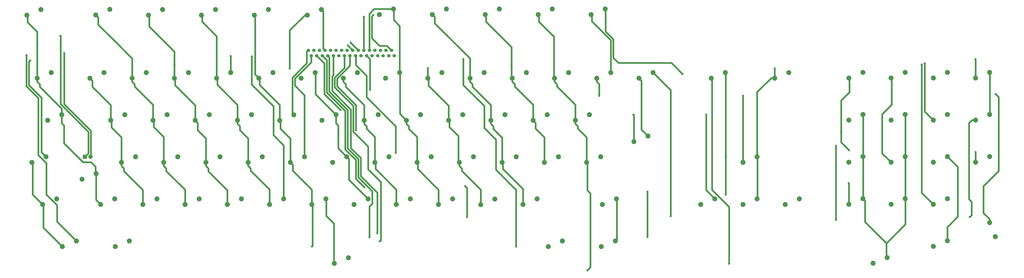
<source format=gbl>
G04 #@! TF.GenerationSoftware,KiCad,Pcbnew,6.0.2*
G04 #@! TF.CreationDate,2022-02-11T20:01:43-05:00*
G04 #@! TF.ProjectId,A1200KB,41313230-304b-4422-9e6b-696361645f70,v4a*
G04 #@! TF.SameCoordinates,Original*
G04 #@! TF.FileFunction,Copper,L2,Bot*
G04 #@! TF.FilePolarity,Positive*
%FSLAX46Y46*%
G04 Gerber Fmt 4.6, Leading zero omitted, Abs format (unit mm)*
G04 Created by KiCad (PCBNEW 6.0.2) date 2022-02-11 20:01:43*
%MOMM*%
%LPD*%
G01*
G04 APERTURE LIST*
G04 #@! TA.AperFunction,ComponentPad*
%ADD10C,2.250000*%
G04 #@! TD*
G04 #@! TA.AperFunction,ComponentPad*
%ADD11C,1.905000*%
G04 #@! TD*
G04 #@! TA.AperFunction,ComponentPad*
%ADD12R,1.905000X1.905000*%
G04 #@! TD*
G04 #@! TA.AperFunction,ComponentPad*
%ADD13C,1.524000*%
G04 #@! TD*
G04 #@! TA.AperFunction,ViaPad*
%ADD14C,1.000000*%
G04 #@! TD*
G04 #@! TA.AperFunction,Conductor*
%ADD15C,0.800000*%
G04 #@! TD*
G04 APERTURE END LIST*
D10*
X57048800Y-83071600D03*
X63398800Y-80531600D03*
X88087200Y-82956400D03*
X94437200Y-80416400D03*
X111912800Y-83043600D03*
X118262800Y-80503600D03*
X135788800Y-83071600D03*
X142138800Y-80531600D03*
X159664800Y-83043600D03*
X166014800Y-80503600D03*
X183540800Y-83043600D03*
X189890800Y-80503600D03*
X216052800Y-82817600D03*
X222402800Y-80277600D03*
X239928800Y-82817600D03*
X246278800Y-80277600D03*
X263804800Y-82817600D03*
X270154800Y-80277600D03*
X287680800Y-82817600D03*
X294030800Y-80277600D03*
X311556800Y-82817600D03*
X317906800Y-80277600D03*
X365748000Y-111565600D03*
X372098000Y-109025600D03*
X427748800Y-111532000D03*
X434098800Y-108992000D03*
X446798800Y-111532000D03*
X453148800Y-108992000D03*
X465848800Y-111532000D03*
X472198800Y-108992000D03*
X484898800Y-111532000D03*
X491248800Y-108992000D03*
X427748800Y-130582000D03*
X434098800Y-128042000D03*
X446798800Y-130582000D03*
X453148800Y-128042000D03*
X465848800Y-130582000D03*
X472198800Y-128042000D03*
X484898800Y-130582000D03*
X491248800Y-128042000D03*
X380070000Y-149679600D03*
X386420000Y-147139600D03*
X427748800Y-149632000D03*
X434098800Y-147092000D03*
X446798800Y-149632000D03*
X453148800Y-147092000D03*
X465848800Y-149632000D03*
X472198800Y-147092000D03*
X484898800Y-149632000D03*
X491248800Y-147092000D03*
X361020000Y-168729600D03*
X367370000Y-166189600D03*
X380070000Y-168729600D03*
X386420000Y-166189600D03*
X399120000Y-168729600D03*
X405470000Y-166189600D03*
X427748800Y-168682000D03*
X434098800Y-166142000D03*
X446798800Y-168682000D03*
X453148800Y-166142000D03*
X465848800Y-168682000D03*
X472198800Y-166142000D03*
X491248800Y-176964000D03*
X493788800Y-183314000D03*
X445020800Y-192812000D03*
X438670800Y-195352000D03*
X465848800Y-187732000D03*
X472198800Y-185192000D03*
X394344000Y-111565600D03*
X400694000Y-109025600D03*
X66446800Y-130680400D03*
X72796800Y-128140400D03*
X202082800Y-192910400D03*
X195732800Y-195450400D03*
X142646800Y-111630400D03*
X148996800Y-109090400D03*
X85496800Y-111630400D03*
X91846800Y-109090400D03*
X237896800Y-111630400D03*
X244246800Y-109090400D03*
X199796800Y-111630400D03*
X206146800Y-109090400D03*
X104546800Y-111630400D03*
X110896800Y-109090400D03*
X275996800Y-111630400D03*
X282346800Y-109090400D03*
X161696800Y-111630400D03*
X168046800Y-109090400D03*
X218846800Y-111630400D03*
X225196800Y-109090400D03*
X180746800Y-111630400D03*
X187096800Y-109090400D03*
X123596800Y-111630400D03*
X129946800Y-109090400D03*
X330860800Y-140332400D03*
X337210800Y-137792400D03*
X233070800Y-149730400D03*
X239420800Y-147190400D03*
X256946800Y-111630400D03*
X263296800Y-109090400D03*
X99720800Y-149730400D03*
X106070800Y-147190400D03*
X118770800Y-149730400D03*
X125120800Y-147190400D03*
X309524800Y-149730400D03*
X315874800Y-147190400D03*
X194970800Y-149730400D03*
X201320800Y-147190400D03*
X214020800Y-149730400D03*
X220370800Y-147190400D03*
X304444800Y-130680400D03*
X310794800Y-128140400D03*
X290474800Y-149730400D03*
X296824800Y-147190400D03*
X271424800Y-149730400D03*
X277774800Y-147190400D03*
X137820800Y-149730400D03*
X144170800Y-147190400D03*
X252120800Y-149730400D03*
X258470800Y-147190400D03*
X175920800Y-149730400D03*
X182270800Y-147190400D03*
X156870800Y-149730400D03*
X163220800Y-147190400D03*
X94894800Y-130680400D03*
X101244800Y-128140400D03*
X209194800Y-130680400D03*
X215544800Y-128140400D03*
X190144800Y-130680400D03*
X196494800Y-128140400D03*
X247294800Y-130680400D03*
X253644800Y-128140400D03*
X333146800Y-111630400D03*
X339496800Y-109090400D03*
X132994800Y-130680400D03*
X139344800Y-128140400D03*
X314096800Y-111630400D03*
X320446800Y-109090400D03*
X285394800Y-130680400D03*
X291744800Y-128140400D03*
X228244800Y-130680400D03*
X234594800Y-128140400D03*
X113944800Y-130680400D03*
X120294800Y-128140400D03*
X171094800Y-130759200D03*
X177444800Y-128219200D03*
X295046800Y-111630400D03*
X301396800Y-109090400D03*
X152044800Y-130680400D03*
X158394800Y-128140400D03*
X266344800Y-130680400D03*
X272694800Y-128140400D03*
X316128800Y-187830400D03*
X322478800Y-185290400D03*
X96926800Y-187830400D03*
X103276800Y-185290400D03*
X292252800Y-187830400D03*
X298602800Y-185290400D03*
X64160800Y-168780400D03*
X70510800Y-166240400D03*
X88290800Y-154810400D03*
X81940800Y-157350400D03*
D11*
X85750800Y-147190400D03*
D12*
X83210800Y-147190400D03*
D10*
X61718800Y-111630400D03*
X68068800Y-109090400D03*
X73050800Y-187830400D03*
X79400800Y-185290400D03*
X316636800Y-168780400D03*
X322986800Y-166240400D03*
X59334800Y-149730400D03*
X65684800Y-147190400D03*
X109372800Y-168780400D03*
X115722800Y-166240400D03*
X128422800Y-168780400D03*
X134772800Y-166240400D03*
X223672800Y-168780400D03*
X230022800Y-166240400D03*
X261766800Y-168802400D03*
X268116800Y-166262400D03*
X185572800Y-168780400D03*
X191922800Y-166240400D03*
X90322800Y-168780400D03*
X96672800Y-166240400D03*
X280822800Y-168780400D03*
X287172800Y-166240400D03*
X242726800Y-168782400D03*
X249076800Y-166242400D03*
X147472800Y-168780400D03*
X153822800Y-166240400D03*
X166522800Y-168780400D03*
X172872800Y-166240400D03*
X204622800Y-168780400D03*
X210972800Y-166240400D03*
D13*
X184016800Y-98962400D03*
X185266800Y-101462400D03*
X186516800Y-98962400D03*
X187766800Y-101462400D03*
X189016800Y-98962400D03*
X190266800Y-101462400D03*
X191516800Y-98962400D03*
X192766800Y-101462400D03*
X194016800Y-98962400D03*
X195266800Y-101462400D03*
X196516800Y-98962400D03*
X197766800Y-101462400D03*
X199016800Y-98962400D03*
X200266800Y-101462400D03*
X201516800Y-98962400D03*
X202766800Y-101462400D03*
X204016800Y-98962400D03*
X205266800Y-101462400D03*
X206516800Y-98962400D03*
X207766800Y-101462400D03*
X209016800Y-98962400D03*
X210266800Y-101462400D03*
X211516800Y-98962400D03*
X212766800Y-101462400D03*
X214016800Y-98962400D03*
X215266800Y-101462400D03*
X216516800Y-98962400D03*
X217766800Y-101462400D03*
X219016800Y-98962400D03*
X220266800Y-101462400D03*
X221516800Y-98962400D03*
X222766800Y-101462400D03*
D14*
X352793401Y-109740599D03*
X484886000Y-103022400D03*
X61718800Y-96116800D03*
X461975200Y-104800400D03*
X96367600Y-94538800D03*
X201828400Y-96774000D03*
X205472202Y-104153798D03*
X123596800Y-105663600D03*
X223442601Y-145365399D03*
X460654400Y-105460800D03*
X142697200Y-93624400D03*
X203058400Y-95504000D03*
X159969801Y-104494999D03*
X185652701Y-187676499D03*
X175564800Y-107188000D03*
X254762000Y-160477200D03*
X255574800Y-174447200D03*
X421944800Y-175666400D03*
X421944800Y-142290800D03*
X209016800Y-83794800D03*
X202285799Y-157530601D03*
X336905600Y-183388000D03*
X336954072Y-163025900D03*
X246481600Y-92202000D03*
X271424800Y-138532000D03*
X275650226Y-106010174D03*
X309829200Y-198526400D03*
X294162113Y-92171887D03*
X427736000Y-159105600D03*
X373735600Y-195478400D03*
X320446800Y-104088800D03*
X482346000Y-174447200D03*
X394309600Y-107188000D03*
X277672800Y-162102800D03*
X277672800Y-187807600D03*
X253894799Y-102924401D03*
X209245200Y-160934400D03*
X148996400Y-101600000D03*
X380070000Y-119516800D03*
X315212899Y-119531299D03*
X424281600Y-135890000D03*
X205486000Y-135128000D03*
X427837600Y-144221200D03*
X484898800Y-145046800D03*
X211785200Y-116840000D03*
X211531200Y-183591200D03*
X330583600Y-128140400D03*
X363446000Y-128140400D03*
X215087801Y-181812599D03*
X372251901Y-164225901D03*
X372251901Y-147228899D03*
X58521600Y-103581200D03*
X347421200Y-173990000D03*
X158502962Y-101745438D03*
X198475600Y-126034800D03*
X56827610Y-101211190D03*
X216204800Y-185470800D03*
X213258400Y-83108800D03*
X72218401Y-92424399D03*
X73863200Y-100228400D03*
X237896400Y-107086400D03*
X494030000Y-118821200D03*
X241935000Y-118694200D03*
D15*
X321546810Y-102344810D02*
X323900800Y-104698800D01*
X321564000Y-93999151D02*
X321564000Y-96660029D01*
X321546810Y-96677219D02*
X321546810Y-102344810D01*
X321564000Y-96660029D02*
X321546810Y-96677219D01*
X318060701Y-90495852D02*
X321564000Y-93999151D01*
X317906800Y-80277600D02*
X318060701Y-80431501D01*
X191516800Y-98962400D02*
X190754801Y-98200401D01*
X318060701Y-80431501D02*
X318060701Y-90495852D01*
X190754801Y-81367601D02*
X189890800Y-80503600D01*
X323900800Y-104698800D02*
X347776800Y-104698800D01*
X347776800Y-104698800D02*
X352806000Y-109728000D01*
X190754801Y-98200401D02*
X190754801Y-81367601D01*
X61718800Y-96116800D02*
X61718800Y-111630400D01*
X88036279Y-151638922D02*
X88036279Y-154555879D01*
X86024336Y-149626979D02*
X88036279Y-151638922D01*
X72796800Y-125425374D02*
X72796800Y-128140400D01*
X72796800Y-128140400D02*
X72796800Y-132022037D01*
X73761799Y-132987036D02*
X73761799Y-141045421D01*
X57353801Y-83376601D02*
X57353801Y-86259001D01*
X61718800Y-90624000D02*
X61718800Y-96116800D01*
X61718800Y-113221390D02*
X62834899Y-114337489D01*
X57353801Y-86259001D02*
X61718800Y-90624000D01*
X73761799Y-141045421D02*
X82343357Y-149626979D01*
X57048800Y-83071600D02*
X57353801Y-83376601D01*
X62834899Y-115463473D02*
X72796800Y-125425374D01*
X484898800Y-111532000D02*
X484898800Y-103035200D01*
X484898800Y-103035200D02*
X484886000Y-103022400D01*
X88036279Y-154555879D02*
X88290800Y-154810400D01*
X61718800Y-111630400D02*
X61718800Y-113221390D01*
X88290800Y-166748400D02*
X90322800Y-168780400D01*
X82343357Y-149626979D02*
X86024336Y-149626979D01*
X88290800Y-154810400D02*
X88290800Y-166748400D01*
X62834899Y-114337489D02*
X62834899Y-115463473D01*
X72796800Y-132022037D02*
X73761799Y-132987036D01*
X201828400Y-96774000D02*
X201828400Y-96774000D01*
X96367600Y-94538800D02*
X104546800Y-102718000D01*
X119886899Y-152437489D02*
X119886899Y-153567299D01*
X88087200Y-82956400D02*
X89212199Y-84081399D01*
X89212199Y-87383399D02*
X96367600Y-94538800D01*
X118770800Y-138227200D02*
X118770800Y-149730400D01*
X105662899Y-115314899D02*
X113944800Y-123596800D01*
X461975200Y-104800400D02*
X461975200Y-126708400D01*
X204016800Y-98962400D02*
X201828400Y-96774000D01*
X113944800Y-123596800D02*
X113944800Y-130680400D01*
X104546800Y-102718000D02*
X104546800Y-111630400D01*
X114249801Y-130985401D02*
X114249801Y-133706201D01*
X128422800Y-162103200D02*
X128422800Y-168780400D01*
X118770800Y-151321390D02*
X119886899Y-152437489D01*
X118770800Y-149730400D02*
X118770800Y-151321390D01*
X105662899Y-114337489D02*
X105662899Y-115314899D01*
X119886899Y-153567299D02*
X128422800Y-162103200D01*
X89212199Y-84081399D02*
X89212199Y-87383399D01*
X114249801Y-133706201D02*
X118770800Y-138227200D01*
X104546800Y-111630400D02*
X104546800Y-113221390D01*
X461975200Y-126708400D02*
X465848800Y-130582000D01*
X104546800Y-113221390D02*
X105662899Y-114337489D01*
X113944800Y-130680400D02*
X114249801Y-130985401D01*
X205472202Y-104153798D02*
X205472202Y-101667802D01*
X123596800Y-105663600D02*
X123596800Y-99619200D01*
X134110899Y-135126899D02*
X137820800Y-138836800D01*
X123901801Y-111935401D02*
X123901801Y-114808601D01*
X112217801Y-83348601D02*
X111912800Y-83043600D01*
X138936899Y-152437489D02*
X138936899Y-153770499D01*
X123596800Y-111630400D02*
X123901801Y-111935401D01*
X210261801Y-110504399D02*
X205472202Y-105714800D01*
X137820800Y-149730400D02*
X137820800Y-151321390D01*
X205472202Y-101667802D02*
X205266800Y-101462400D01*
X134110899Y-131796499D02*
X134110899Y-135126899D01*
X123901801Y-114808601D02*
X132994800Y-123901600D01*
X123596800Y-99619200D02*
X112217801Y-88240201D01*
X132994800Y-130680400D02*
X134110899Y-131796499D01*
X223442601Y-133337199D02*
X210261801Y-120156399D01*
X132994800Y-123901600D02*
X132994800Y-130680400D01*
X137820800Y-151321390D02*
X138936899Y-152437489D01*
X147472800Y-162306400D02*
X147472800Y-168780400D01*
X210261801Y-120156399D02*
X210261801Y-110504399D01*
X112217801Y-88240201D02*
X112217801Y-83348601D01*
X123596800Y-111630400D02*
X123596800Y-105663600D01*
X223442601Y-145365399D02*
X223442601Y-133337199D01*
X205472202Y-105714800D02*
X205472202Y-104153798D01*
X137820800Y-138836800D02*
X137820800Y-149730400D01*
X138936899Y-153770499D02*
X147472800Y-162306400D01*
X203058400Y-95504000D02*
X203058400Y-95504000D01*
X156870800Y-138887600D02*
X156870800Y-149730400D01*
X153160899Y-133387489D02*
X153160899Y-135177699D01*
X460654400Y-163487600D02*
X465848800Y-168682000D01*
X142951801Y-111935401D02*
X142951801Y-114605401D01*
X135788800Y-83071600D02*
X136093801Y-83376601D01*
X152044800Y-132271390D02*
X153160899Y-133387489D01*
X153160899Y-135177699D02*
X156870800Y-138887600D01*
X206516800Y-98962400D02*
X203058400Y-95504000D01*
X136093801Y-86055801D02*
X142646800Y-92608800D01*
X152044800Y-130680400D02*
X152044800Y-132271390D01*
X142951801Y-114605401D02*
X152044800Y-123698400D01*
X157986899Y-152437489D02*
X157986899Y-153465699D01*
X142646800Y-111630400D02*
X142951801Y-111935401D01*
X136093801Y-83376601D02*
X136093801Y-86055801D01*
X157986899Y-153465699D02*
X166522800Y-162001600D01*
X142646800Y-92608800D02*
X142646800Y-111630400D01*
X460654400Y-105460800D02*
X460654400Y-163487600D01*
X152044800Y-123698400D02*
X152044800Y-130680400D01*
X156870800Y-149730400D02*
X156870800Y-151321390D01*
X156870800Y-151321390D02*
X157986899Y-152437489D01*
X166522800Y-162001600D02*
X166522800Y-168780400D01*
X159969801Y-104494999D02*
X159969801Y-109903401D01*
X171094800Y-130759200D02*
X171399801Y-131064201D01*
X162001801Y-114656201D02*
X171094800Y-123749200D01*
X171094800Y-123749200D02*
X171094800Y-130759200D01*
X185572800Y-168780400D02*
X185877801Y-169085401D01*
X185877801Y-169085401D02*
X185877801Y-187451399D01*
X159664800Y-83043600D02*
X159969801Y-83348601D01*
X175920800Y-149730400D02*
X177036899Y-150846499D01*
X159969801Y-109903401D02*
X161696800Y-111630400D01*
X171399801Y-131064201D02*
X171399801Y-134468201D01*
X161696800Y-111630400D02*
X162001801Y-111935401D01*
X185877801Y-187451399D02*
X185652701Y-187676499D01*
X175920800Y-138989200D02*
X175920800Y-149730400D01*
X177036899Y-153516499D02*
X185572800Y-162052400D01*
X185572800Y-162052400D02*
X185572800Y-168780400D01*
X177036899Y-150846499D02*
X177036899Y-153516499D01*
X162001801Y-111935401D02*
X162001801Y-114656201D01*
X171399801Y-134468201D02*
X175920800Y-138989200D01*
X159969801Y-83348601D02*
X159969801Y-104494999D01*
X209016800Y-83794800D02*
X209016800Y-83794800D01*
X421944800Y-175666400D02*
X421944800Y-175666400D01*
X254762000Y-160477200D02*
X254762000Y-160477200D01*
X202285799Y-157530601D02*
X202285799Y-157553399D01*
X187250701Y-109244301D02*
X187250701Y-118896301D01*
X187250701Y-118896301D02*
X196494800Y-128140400D01*
X175564800Y-107188000D02*
X175564800Y-89958598D01*
X255574800Y-174447200D02*
X255574800Y-161290000D01*
X255574800Y-161290000D02*
X254762000Y-160477200D01*
X182479798Y-83043600D02*
X183540800Y-83043600D01*
X202285799Y-148155399D02*
X202285799Y-157530601D01*
X209016800Y-98962400D02*
X209016800Y-83794800D01*
X196494800Y-128140400D02*
X196494800Y-132029600D01*
X197459799Y-132994599D02*
X197459799Y-143329399D01*
X187096800Y-109090400D02*
X187250701Y-109244301D01*
X421944800Y-142290800D02*
X421944800Y-175666400D01*
X201320800Y-147190400D02*
X202285799Y-148155399D01*
X175564800Y-89958598D02*
X182479798Y-83043600D01*
X202285799Y-157553399D02*
X210972800Y-166240400D01*
X196494800Y-132029600D02*
X197459799Y-132994599D01*
X197459799Y-143329399D02*
X201320800Y-147190400D01*
X225196800Y-87942602D02*
X222550701Y-85296503D01*
X228244800Y-130680400D02*
X228244800Y-132271390D01*
X230761727Y-135914301D02*
X230761727Y-135918127D01*
X233375801Y-150035401D02*
X233375801Y-152756201D01*
X225196800Y-109090400D02*
X225196800Y-87942602D01*
X225350701Y-109244301D02*
X225350701Y-127786301D01*
X222550701Y-85296503D02*
X222550701Y-80425501D01*
X230761727Y-135918127D02*
X233070800Y-138227200D01*
X225196800Y-109090400D02*
X225350701Y-109244301D01*
X213702000Y-80277600D02*
X211516800Y-82462800D01*
X229360899Y-134513473D02*
X230761727Y-135914301D01*
X222402800Y-80277600D02*
X213702000Y-80277600D01*
X229360899Y-133387489D02*
X229360899Y-134513473D01*
X222550701Y-80425501D02*
X222402800Y-80277600D01*
X336954072Y-183339528D02*
X336905600Y-183388000D01*
X336954072Y-163025900D02*
X336954072Y-183339528D01*
X225350701Y-127786301D02*
X228244800Y-130680400D01*
X233070800Y-149730400D02*
X233375801Y-150035401D01*
X233375801Y-152756201D02*
X242726800Y-162107200D01*
X242726800Y-162107200D02*
X242726800Y-168782400D01*
X211516800Y-82462800D02*
X211516800Y-98962400D01*
X233070800Y-138227200D02*
X233070800Y-149730400D01*
X228244800Y-132271390D02*
X229360899Y-133387489D01*
X271424800Y-138532000D02*
X271424800Y-149730400D01*
X258062899Y-115518099D02*
X266344800Y-123800000D01*
X271424800Y-149730400D02*
X271729801Y-150035401D01*
X239928800Y-82817600D02*
X241044899Y-83933699D01*
X256946800Y-102667200D02*
X256946800Y-111630400D01*
X271729801Y-150035401D02*
X271729801Y-152654601D01*
X256946800Y-113221390D02*
X258062899Y-114337489D01*
X258062899Y-114337489D02*
X258062899Y-115518099D01*
X266344800Y-130680400D02*
X266344800Y-132271390D01*
X267460899Y-133387489D02*
X267460899Y-134568099D01*
X271424800Y-138532000D02*
X271424800Y-138532000D01*
X266344800Y-132271390D02*
X267460899Y-133387489D01*
X266344800Y-123800000D02*
X266344800Y-130680400D01*
X271729801Y-152654601D02*
X280822800Y-161747600D01*
X267460899Y-134568099D02*
X271424800Y-138532000D01*
X241044899Y-83933699D02*
X241044899Y-86765299D01*
X241044899Y-86765299D02*
X256946800Y-102667200D01*
X256946800Y-111630400D02*
X256946800Y-113221390D01*
X280822800Y-161747600D02*
X280822800Y-168780400D01*
X275650226Y-106010174D02*
X275650226Y-111283826D01*
X286510899Y-134364899D02*
X290474800Y-138328800D01*
X275996800Y-111630400D02*
X275996800Y-113221390D01*
X277112899Y-115314899D02*
X285394800Y-123596800D01*
X275996800Y-113221390D02*
X277112899Y-114337489D01*
X275650226Y-97536000D02*
X275650226Y-106010174D01*
X277112899Y-114337489D02*
X277112899Y-115314899D01*
X264109801Y-85995575D02*
X275650226Y-97536000D01*
X263804800Y-82817600D02*
X264109801Y-83122601D01*
X285394800Y-123596800D02*
X285394800Y-130680400D01*
X285394800Y-130680400D02*
X286510899Y-131796499D01*
X290474800Y-138328800D02*
X290474800Y-149730400D01*
X286510899Y-131796499D02*
X286510899Y-134364899D01*
X275650226Y-111283826D02*
X275996800Y-111630400D01*
X264109801Y-83122601D02*
X264109801Y-85995575D01*
X294162113Y-92171887D02*
X294801826Y-92811600D01*
X309829200Y-198526400D02*
X309829200Y-198526400D01*
X304444800Y-130680400D02*
X304444800Y-132271390D01*
X295046800Y-111630400D02*
X295046800Y-113221390D01*
X287985801Y-83122601D02*
X287985801Y-85995575D01*
X294801826Y-111385426D02*
X295046800Y-111630400D01*
X311234451Y-197121149D02*
X309829200Y-198526400D01*
X287985801Y-85995575D02*
X294162113Y-92171887D01*
X309524800Y-149730400D02*
X309829801Y-150035401D01*
X309829801Y-162333129D02*
X311234451Y-163737779D01*
X311234451Y-163737779D02*
X311234451Y-197121149D01*
X427748800Y-159118400D02*
X427736000Y-159105600D01*
X304444800Y-132271390D02*
X305560899Y-133387489D01*
X295046800Y-113221390D02*
X296162899Y-114337489D01*
X305560899Y-134364899D02*
X309524800Y-138328800D01*
X296162899Y-114337489D02*
X296162899Y-115314899D01*
X309524800Y-138328800D02*
X309524800Y-149730400D01*
X296162899Y-115314899D02*
X304444800Y-123596800D01*
X287680800Y-82817600D02*
X287985801Y-83122601D01*
X309829801Y-150035401D02*
X309829801Y-162333129D01*
X294801826Y-92811600D02*
X294801826Y-111385426D01*
X305560899Y-133387489D02*
X305560899Y-134364899D01*
X427748800Y-168682000D02*
X427748800Y-159118400D01*
X304444800Y-123596800D02*
X304444800Y-130680400D01*
X373735600Y-195478400D02*
X373735600Y-195478400D01*
X320446800Y-104088800D02*
X320446800Y-109090400D01*
X366053001Y-111870601D02*
X366053001Y-162171599D01*
X311861801Y-85852601D02*
X320446800Y-94437600D01*
X373735600Y-169854198D02*
X373735600Y-195478400D01*
X311556800Y-82817600D02*
X311861801Y-83122601D01*
X311861801Y-83122601D02*
X311861801Y-85852601D01*
X334262899Y-112746499D02*
X334262899Y-134844499D01*
X366053001Y-162171599D02*
X373735600Y-169854198D01*
X365748000Y-111565600D02*
X366053001Y-111870601D01*
X333146800Y-111630400D02*
X334262899Y-112746499D01*
X334262899Y-134844499D02*
X337210800Y-137792400D01*
X320446800Y-94437600D02*
X320446800Y-104088800D01*
X483147701Y-167574677D02*
X483147701Y-173645499D01*
X484898800Y-130582000D02*
X483307810Y-130582000D01*
X394309600Y-107188000D02*
X394309600Y-111531200D01*
X394309600Y-111531200D02*
X394344000Y-111565600D01*
X386420000Y-117898610D02*
X392753010Y-111565600D01*
X481990400Y-131899410D02*
X481990400Y-166417376D01*
X483147701Y-173645499D02*
X482346000Y-174447200D01*
X386573901Y-166035699D02*
X386420000Y-166189600D01*
X386420000Y-147139600D02*
X386420000Y-117898610D01*
X392753010Y-111565600D02*
X394344000Y-111565600D01*
X386420000Y-147139600D02*
X386573901Y-147293501D01*
X483307810Y-130582000D02*
X481990400Y-131899410D01*
X481990400Y-166417376D02*
X483147701Y-167574677D01*
X386573901Y-147293501D02*
X386573901Y-166035699D01*
X277672800Y-187807600D02*
X277672800Y-187807600D01*
X277672800Y-162102800D02*
X276758400Y-161188400D01*
X263414602Y-134179402D02*
X263330598Y-134179402D01*
X263330598Y-134179402D02*
X263330598Y-124155200D01*
X323140701Y-166394301D02*
X323140701Y-184628499D01*
X59334800Y-149730400D02*
X59639801Y-150035401D01*
X323140701Y-184628499D02*
X322478800Y-185290400D01*
X64160800Y-168780400D02*
X64465801Y-169085401D01*
X268579600Y-153026202D02*
X268579600Y-139344400D01*
X59639801Y-164259401D02*
X64160800Y-168780400D01*
X263330598Y-124155200D02*
X253898400Y-114723002D01*
X276741798Y-161188400D02*
X268579600Y-153026202D01*
X276758400Y-161188400D02*
X276741798Y-161188400D01*
X268579600Y-139344400D02*
X263414602Y-134179402D01*
X322986800Y-166240400D02*
X323140701Y-166394301D01*
X277672800Y-162102800D02*
X277672800Y-162102800D01*
X253898400Y-114723002D02*
X253898400Y-102928002D01*
X253898400Y-102928002D02*
X253894799Y-102924401D01*
X59639801Y-150035401D02*
X59639801Y-164259401D01*
X277672800Y-187807600D02*
X277672800Y-162102800D01*
X64465801Y-169085401D02*
X64465801Y-179245401D01*
X64465801Y-179245401D02*
X73050800Y-187830400D01*
X209245200Y-160934400D02*
X209245200Y-160934400D01*
X190266800Y-101462400D02*
X192311811Y-103507411D01*
X200660000Y-143828598D02*
X205435801Y-148604399D01*
X205435801Y-148604399D02*
X205435801Y-157125001D01*
X205435801Y-157125001D02*
X209245200Y-160934400D01*
X200660000Y-126443198D02*
X200660000Y-143828598D01*
X192311811Y-103507411D02*
X192311811Y-118095009D01*
X192311811Y-118095009D02*
X200660000Y-126443198D01*
X380070000Y-119516800D02*
X380070000Y-119516800D01*
X315212899Y-119531299D02*
X315212899Y-119531299D01*
X314096800Y-111630400D02*
X314096800Y-113221390D01*
X314096800Y-113221390D02*
X315212899Y-114337489D01*
X315212899Y-114337489D02*
X315212899Y-119531299D01*
X148996800Y-109090400D02*
X148996800Y-101600400D01*
X148996800Y-101600400D02*
X148996400Y-101600000D01*
X380070000Y-149679600D02*
X380070000Y-119516800D01*
X484898800Y-145046800D02*
X484898800Y-145046800D01*
X424281600Y-135890000D02*
X424281600Y-140665200D01*
X205486000Y-135128000D02*
X205486000Y-123799600D01*
X484898800Y-149632000D02*
X484898800Y-145046800D01*
X428053801Y-111837001D02*
X428053801Y-117944599D01*
X95199801Y-130985401D02*
X95199801Y-133858601D01*
X196951799Y-115265399D02*
X196951799Y-111774399D01*
X99720800Y-138379600D02*
X99720800Y-149730400D01*
X424281600Y-140665200D02*
X427837600Y-144221200D01*
X99720800Y-151321390D02*
X100836899Y-152437489D01*
X85496800Y-111630400D02*
X86612899Y-112746499D01*
X109372800Y-162204800D02*
X109372800Y-168780400D01*
X86612899Y-112746499D02*
X86612899Y-115518099D01*
X428053801Y-117944599D02*
X424281600Y-121716800D01*
X427748800Y-111532000D02*
X428053801Y-111837001D01*
X100836899Y-152437489D02*
X100836899Y-153668899D01*
X99720800Y-149730400D02*
X99720800Y-151321390D01*
X196951799Y-111774399D02*
X202766800Y-105959398D01*
X94894800Y-130680400D02*
X95199801Y-130985401D01*
X424281600Y-121716800D02*
X424281600Y-135890000D01*
X95199801Y-133858601D02*
X99720800Y-138379600D01*
X100836899Y-153668899D02*
X109372800Y-162204800D01*
X205486000Y-123799600D02*
X196951799Y-115265399D01*
X86612899Y-115518099D02*
X94894800Y-123800000D01*
X202766800Y-105959398D02*
X202766800Y-101462400D01*
X94894800Y-123800000D02*
X94894800Y-130680400D01*
X211785200Y-116840000D02*
X211785200Y-116840000D01*
X210266800Y-101462400D02*
X211785200Y-102980800D01*
X210310899Y-134466499D02*
X214020800Y-138176400D01*
X199796800Y-113221390D02*
X200912899Y-114337489D01*
X209194800Y-132271390D02*
X210310899Y-133387489D01*
X211785200Y-102980800D02*
X211785200Y-116840000D01*
X446798800Y-111532000D02*
X447103801Y-111837001D01*
X209194800Y-123800000D02*
X209194800Y-130680400D01*
X200912899Y-115518099D02*
X209194800Y-123800000D01*
X214325801Y-152705401D02*
X223672800Y-162052400D01*
X199796800Y-111630400D02*
X199796800Y-113221390D01*
X210310899Y-133387489D02*
X210310899Y-134466499D01*
X447103801Y-123583399D02*
X442772800Y-127914400D01*
X200912899Y-114337489D02*
X200912899Y-115518099D01*
X214020800Y-149730400D02*
X214325801Y-150035401D01*
X442772800Y-127914400D02*
X442772800Y-145606000D01*
X442772800Y-145606000D02*
X446798800Y-149632000D01*
X209194800Y-130680400D02*
X209194800Y-132271390D01*
X214020800Y-138176400D02*
X214020800Y-149730400D01*
X214325801Y-150035401D02*
X214325801Y-152705401D01*
X223672800Y-162052400D02*
X223672800Y-168780400D01*
X447103801Y-111837001D02*
X447103801Y-123583399D01*
X211531200Y-183591200D02*
X211531200Y-183591200D01*
X211531200Y-169672000D02*
X211531200Y-183591200D01*
X212797801Y-168405399D02*
X211531200Y-169672000D01*
X201760010Y-143340010D02*
X201760010Y-143372960D01*
X206535811Y-148148760D02*
X206535811Y-156449009D01*
X201760010Y-143372960D02*
X206535811Y-148148760D01*
X194045425Y-118272975D02*
X201760010Y-125987559D01*
X193446400Y-102142000D02*
X193446400Y-117673950D01*
X193446400Y-117673950D02*
X194045425Y-118272975D01*
X192766800Y-101462400D02*
X193446400Y-102142000D01*
X212797801Y-162710999D02*
X212797801Y-168405399D01*
X206535811Y-156449009D02*
X212797801Y-162710999D01*
X201760010Y-125987559D02*
X201760010Y-143340010D01*
X176801789Y-127576189D02*
X177444800Y-128219200D01*
X330860800Y-128417600D02*
X330583600Y-128140400D01*
X183254801Y-104851151D02*
X176801789Y-111304162D01*
X183254801Y-99724399D02*
X183254801Y-104851151D01*
X176801789Y-111304162D02*
X176801789Y-127576189D01*
X367370000Y-166189600D02*
X363446000Y-162265600D01*
X184016800Y-98962400D02*
X183254801Y-99724399D01*
X363446000Y-162265600D02*
X363446000Y-128140400D01*
X330860800Y-140332400D02*
X330860800Y-128417600D01*
X215087801Y-181812599D02*
X215087801Y-181812599D01*
X194751779Y-117383379D02*
X203185989Y-125817589D01*
X207635821Y-147693121D02*
X207635821Y-155993371D01*
X194751779Y-110863121D02*
X194751779Y-117383379D01*
X203185989Y-125817589D02*
X203185989Y-143243290D01*
X203185989Y-143243290D02*
X207635821Y-147693121D01*
X207635821Y-155993371D02*
X215087801Y-163445351D01*
X195266800Y-110348100D02*
X194751779Y-110863121D01*
X215087801Y-163445351D02*
X215087801Y-181812599D01*
X195266800Y-101462400D02*
X195266800Y-110348100D01*
X372251901Y-164225901D02*
X372251901Y-164225901D01*
X372251901Y-147228899D02*
X372251901Y-164225901D01*
X372098000Y-109025600D02*
X372251901Y-109179501D01*
X182270800Y-119295402D02*
X177901799Y-114926401D01*
X177901799Y-114926401D02*
X177901799Y-111759801D01*
X372251901Y-109179501D02*
X372251901Y-147228899D01*
X185266800Y-104394800D02*
X185266800Y-101462400D01*
X177901799Y-111759801D02*
X185266800Y-104394800D01*
X182270800Y-147190400D02*
X182270800Y-119295402D01*
X58521600Y-103581200D02*
X58521600Y-103581200D01*
X63601799Y-120415351D02*
X57927620Y-114741172D01*
X65684800Y-147190400D02*
X63601799Y-145107399D01*
X63601799Y-145107399D02*
X63601799Y-120415351D01*
X57927620Y-114741172D02*
X57927620Y-104175180D01*
X57927620Y-104175180D02*
X58521600Y-103581200D01*
X347421200Y-173990000D02*
X347421200Y-173990000D01*
X172872800Y-141986400D02*
X172872800Y-166240400D01*
X192076701Y-166394301D02*
X191922800Y-166240400D01*
X192076701Y-173890301D02*
X192076701Y-166394301D01*
X158502962Y-101745438D02*
X158502962Y-114577564D01*
X195732800Y-195450400D02*
X195542899Y-195260499D01*
X158502962Y-114577564D02*
X158519564Y-114577564D01*
X168249600Y-124307600D02*
X168249600Y-137363200D01*
X339496800Y-109090400D02*
X347421200Y-117014800D01*
X195542899Y-195260499D02*
X195542899Y-177356499D01*
X347421200Y-117014800D02*
X347421200Y-173990000D01*
X195542899Y-177356499D02*
X192076701Y-173890301D01*
X168249600Y-137363200D02*
X172872800Y-141986400D01*
X158519564Y-114577564D02*
X168249600Y-124307600D01*
X198475600Y-126034800D02*
X198475600Y-126034800D01*
X434252701Y-128195901D02*
X434098800Y-128042000D01*
X434098800Y-147092000D02*
X434252701Y-146938099D01*
X491402701Y-109145901D02*
X491402701Y-127888099D01*
X491402701Y-127888099D02*
X491248800Y-128042000D01*
X187766800Y-101462400D02*
X191211801Y-104907401D01*
X476859600Y-174294800D02*
X476859600Y-151752800D01*
X453148800Y-147092000D02*
X453302701Y-147245901D01*
X191211801Y-118771001D02*
X198475600Y-126034800D01*
X453302701Y-166295901D02*
X453302701Y-177734899D01*
X434098800Y-166142000D02*
X434252701Y-165988099D01*
X453302701Y-146938099D02*
X453148800Y-147092000D01*
X444715799Y-186321801D02*
X444715799Y-192506999D01*
X453148800Y-166142000D02*
X453302701Y-166295901D01*
X453148800Y-128042000D02*
X453302701Y-128195901D01*
X472198800Y-185192000D02*
X472198800Y-178955600D01*
X435063799Y-167106999D02*
X434098800Y-166142000D01*
X191211801Y-104907401D02*
X191211801Y-118771001D01*
X435063799Y-176644199D02*
X435063799Y-167106999D01*
X444715799Y-192506999D02*
X445020800Y-192812000D01*
X453302701Y-165988099D02*
X453148800Y-166142000D01*
X444715799Y-186321801D02*
X444715799Y-186296199D01*
X434252701Y-147245901D02*
X434098800Y-147092000D01*
X476859600Y-151752800D02*
X472198800Y-147092000D01*
X444715799Y-186296199D02*
X435063799Y-176644199D01*
X434252701Y-146938099D02*
X434252701Y-128195901D01*
X453302701Y-128195901D02*
X453302701Y-146938099D01*
X453302701Y-147245901D02*
X453302701Y-165988099D01*
X491248800Y-108992000D02*
X491402701Y-109145901D01*
X434252701Y-165988099D02*
X434252701Y-147245901D01*
X453302701Y-177734899D02*
X444715799Y-186321801D01*
X472198800Y-178955600D02*
X476859600Y-174294800D01*
X62230000Y-146436602D02*
X62230000Y-120599200D01*
X70664701Y-169095303D02*
X65838701Y-164269303D01*
X56827610Y-115130390D02*
X56794400Y-115163600D01*
X70664701Y-176554301D02*
X70664701Y-169095303D01*
X65838701Y-150045303D02*
X62230000Y-146436602D01*
X56827610Y-101211190D02*
X56827610Y-115130390D01*
X65838701Y-164269303D02*
X65838701Y-150045303D01*
X62230000Y-120599200D02*
X56794400Y-115163600D01*
X79400800Y-185290400D02*
X70664701Y-176554301D01*
X216204800Y-185470800D02*
X216204800Y-185470800D01*
X195851789Y-115721038D02*
X195851789Y-111318760D01*
X204285999Y-124155248D02*
X195851789Y-115721038D01*
X216704799Y-158555401D02*
X210972400Y-152823002D01*
X210972400Y-152823002D02*
X210972400Y-142494000D01*
X210972400Y-142494000D02*
X204285999Y-135807599D01*
X216204800Y-185470800D02*
X216704799Y-184970801D01*
X216704799Y-184970801D02*
X216704799Y-158555401D01*
X195851789Y-111318760D02*
X200266800Y-106903750D01*
X200266800Y-106903750D02*
X200266800Y-101462400D01*
X204285999Y-135807599D02*
X204285999Y-124155248D01*
X213258400Y-83108800D02*
X213258400Y-83108800D01*
X221516800Y-98962400D02*
X221492000Y-98962400D01*
X83210800Y-147190400D02*
X84806471Y-145594729D01*
X212648800Y-93472000D02*
X212648800Y-83718400D01*
X84806471Y-145594729D02*
X84806471Y-135879396D01*
X219456000Y-96926400D02*
X216103200Y-96926400D01*
X221492000Y-98962400D02*
X219456000Y-96926400D01*
X84806471Y-135879396D02*
X72237600Y-123310525D01*
X216103200Y-96926400D02*
X212648800Y-93472000D01*
X212648800Y-83718400D02*
X213258400Y-83108800D01*
X72237600Y-123310525D02*
X72237600Y-92456000D01*
X73863200Y-100228400D02*
X73863200Y-100228400D01*
X73863200Y-123380477D02*
X73863200Y-100228400D01*
X85905991Y-135423268D02*
X73863200Y-123380477D01*
X85750800Y-147190400D02*
X85905991Y-147035209D01*
X85905991Y-147035209D02*
X85905991Y-135423268D01*
X241935000Y-118694200D02*
X247294800Y-124054000D01*
X247599801Y-133702375D02*
X251667026Y-137769600D01*
X491248800Y-175373010D02*
X491248800Y-176964000D01*
X253236899Y-153516499D02*
X261766800Y-162046400D01*
X253236899Y-152437489D02*
X253236899Y-153516499D01*
X252120800Y-149730400D02*
X252120800Y-151321390D01*
X494030000Y-118821200D02*
X495363801Y-120155001D01*
X247294800Y-124054000D02*
X247294800Y-130680400D01*
X238201801Y-114961001D02*
X241935000Y-118694200D01*
X495363801Y-120155001D02*
X495363801Y-153555399D01*
X247599801Y-130985401D02*
X247599801Y-133702375D01*
X252120800Y-151321390D02*
X253236899Y-152437489D01*
X247294800Y-130680400D02*
X247599801Y-130985401D01*
X237896400Y-107086400D02*
X237896400Y-111630000D01*
X237896800Y-111630400D02*
X238201801Y-111935401D01*
X251667026Y-149276626D02*
X252120800Y-149730400D01*
X495363801Y-153555399D02*
X488492800Y-160426400D01*
X237896400Y-111630000D02*
X237896800Y-111630400D01*
X238201801Y-111935401D02*
X238201801Y-114961001D01*
X261766800Y-162046400D02*
X261766800Y-168802400D01*
X488492800Y-160426400D02*
X488492800Y-172617010D01*
X251667026Y-137769600D02*
X251667026Y-149276626D01*
X488492800Y-172617010D02*
X491248800Y-175373010D01*
M02*

</source>
